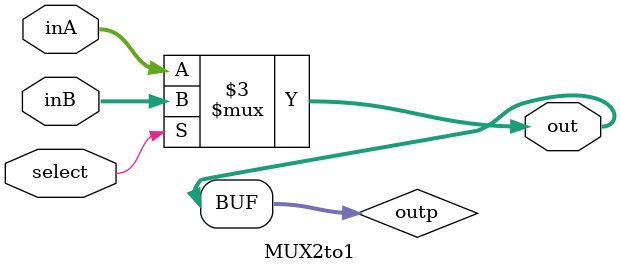
<source format=v>
module MUX2to1 (inA, inB, select, out);

	input [31:0] inA, inB;
	input select;
	
	reg [31:0] outp;
	output [31:0] out;

	always @(inA, inB, select)begin
		if (select) 
			outp = inB;
		else
			outp = inA;
	end
	assign out = outp;

endmodule

</source>
